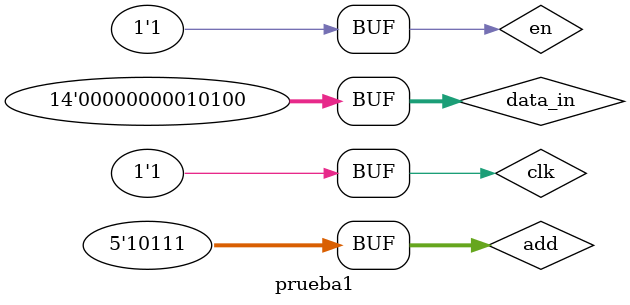
<source format=v>
`timescale 1ns / 1ps


module prueba1;

	// Inputs
	reg [4:0] add;
	reg en;
	reg clk;
	reg [13:0] data_in;

	// Outputs
	wire [13:0] data_out;

	// Instantiate the Unit Under Test (UUT)
	memoria uut (
		.add(add), 
		.en(en), 
		.clk(clk), 
		.data_in(data_in), 
		.data_out(data_out)
	);

	initial begin
		// Initialize Inputs
		add = 0;
		en = 0;
		clk = 0;
		data_in = 0;

		// Wait 100 ns for global reset to finish
		#100;
    	add = 23;
		en = 1;
		clk = 1;
		data_in = 20;
     #100;
    		add = 23;
		en = 1;
		clk = 1;
		data_in = 20;	  
		// Add stimulus here

	end
      
endmodule


</source>
